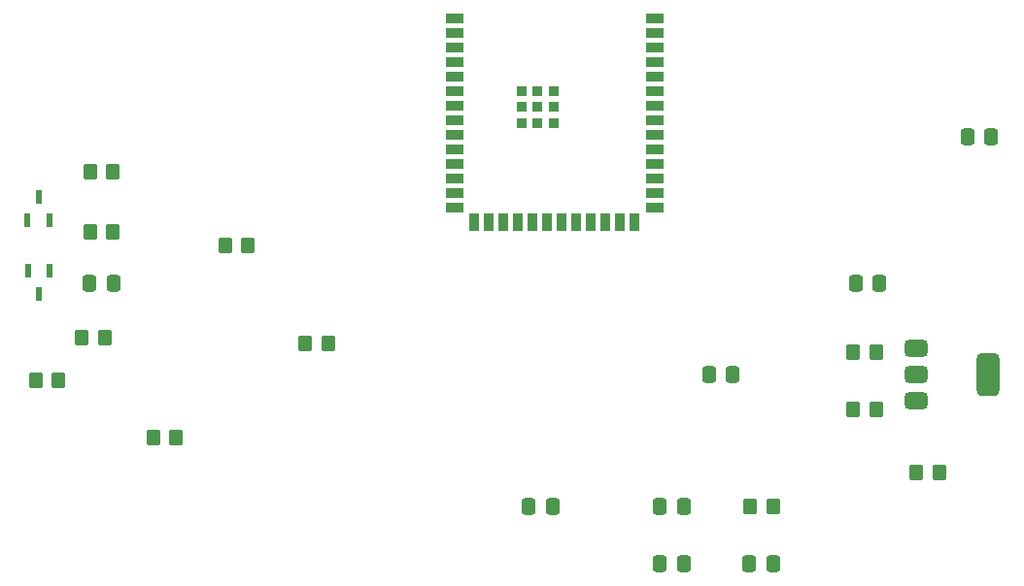
<source format=gbr>
G04 #@! TF.GenerationSoftware,KiCad,Pcbnew,8.0.4*
G04 #@! TF.CreationDate,2024-11-04T17:51:43-06:00*
G04 #@! TF.ProjectId,final_project_v0.1,66696e61-6c5f-4707-926f-6a6563745f76,rev?*
G04 #@! TF.SameCoordinates,Original*
G04 #@! TF.FileFunction,Paste,Top*
G04 #@! TF.FilePolarity,Positive*
%FSLAX46Y46*%
G04 Gerber Fmt 4.6, Leading zero omitted, Abs format (unit mm)*
G04 Created by KiCad (PCBNEW 8.0.4) date 2024-11-04 17:51:43*
%MOMM*%
%LPD*%
G01*
G04 APERTURE LIST*
G04 Aperture macros list*
%AMRoundRect*
0 Rectangle with rounded corners*
0 $1 Rounding radius*
0 $2 $3 $4 $5 $6 $7 $8 $9 X,Y pos of 4 corners*
0 Add a 4 corners polygon primitive as box body*
4,1,4,$2,$3,$4,$5,$6,$7,$8,$9,$2,$3,0*
0 Add four circle primitives for the rounded corners*
1,1,$1+$1,$2,$3*
1,1,$1+$1,$4,$5*
1,1,$1+$1,$6,$7*
1,1,$1+$1,$8,$9*
0 Add four rect primitives between the rounded corners*
20,1,$1+$1,$2,$3,$4,$5,0*
20,1,$1+$1,$4,$5,$6,$7,0*
20,1,$1+$1,$6,$7,$8,$9,0*
20,1,$1+$1,$8,$9,$2,$3,0*%
G04 Aperture macros list end*
%ADD10RoundRect,0.250000X-0.350000X-0.450000X0.350000X-0.450000X0.350000X0.450000X-0.350000X0.450000X0*%
%ADD11RoundRect,0.250000X0.350000X0.450000X-0.350000X0.450000X-0.350000X-0.450000X0.350000X-0.450000X0*%
%ADD12RoundRect,0.250000X-0.337500X-0.475000X0.337500X-0.475000X0.337500X0.475000X-0.337500X0.475000X0*%
%ADD13R,0.558800X1.219200*%
%ADD14RoundRect,0.250000X0.337500X0.475000X-0.337500X0.475000X-0.337500X-0.475000X0.337500X-0.475000X0*%
%ADD15RoundRect,0.375000X-0.625000X-0.375000X0.625000X-0.375000X0.625000X0.375000X-0.625000X0.375000X0*%
%ADD16RoundRect,0.500000X-0.500000X-1.400000X0.500000X-1.400000X0.500000X1.400000X-0.500000X1.400000X0*%
%ADD17R,0.900000X0.900000*%
%ADD18R,1.500000X0.900000*%
%ADD19R,0.900000X1.500000*%
G04 APERTURE END LIST*
D10*
G04 #@! TO.C,R2*
X111750000Y-121750000D03*
X113750000Y-121750000D03*
G04 #@! TD*
D11*
G04 #@! TO.C,R5*
X161500000Y-122500000D03*
X159500000Y-122500000D03*
G04 #@! TD*
D12*
G04 #@! TO.C,C6*
X159712500Y-116500000D03*
X161787500Y-116500000D03*
G04 #@! TD*
G04 #@! TO.C,C8*
X146925000Y-124500000D03*
X149000000Y-124500000D03*
G04 #@! TD*
D13*
G04 #@! TO.C,Q2*
X89500000Y-115458002D03*
X87599998Y-115458002D03*
X88549999Y-117500001D03*
G04 #@! TD*
D10*
G04 #@! TO.C,R9*
X88250000Y-125000000D03*
X90250000Y-125000000D03*
G04 #@! TD*
D14*
G04 #@! TO.C,C2*
X133287500Y-136000000D03*
X131212500Y-136000000D03*
G04 #@! TD*
G04 #@! TO.C,C7*
X95037500Y-116500000D03*
X92962500Y-116500000D03*
G04 #@! TD*
D13*
G04 #@! TO.C,Q1*
X87549999Y-111041999D03*
X89450001Y-111041999D03*
X88500000Y-109000000D03*
G04 #@! TD*
D10*
G04 #@! TO.C,R11*
X98500000Y-130000000D03*
X100500000Y-130000000D03*
G04 #@! TD*
G04 #@! TO.C,R10*
X92250000Y-121250000D03*
X94250000Y-121250000D03*
G04 #@! TD*
G04 #@! TO.C,R8*
X93000000Y-106750000D03*
X95000000Y-106750000D03*
G04 #@! TD*
D12*
G04 #@! TO.C,C1*
X169462500Y-103750000D03*
X171537500Y-103750000D03*
G04 #@! TD*
D10*
G04 #@! TO.C,R1*
X104750000Y-113250000D03*
X106750000Y-113250000D03*
G04 #@! TD*
D11*
G04 #@! TO.C,R4*
X161500000Y-127500000D03*
X159500000Y-127500000D03*
G04 #@! TD*
G04 #@! TO.C,R7*
X167000000Y-133000000D03*
X165000000Y-133000000D03*
G04 #@! TD*
D10*
G04 #@! TO.C,R6*
X93000000Y-112000000D03*
X95000000Y-112000000D03*
G04 #@! TD*
D14*
G04 #@! TO.C,C5*
X152500000Y-141000000D03*
X150425000Y-141000000D03*
G04 #@! TD*
D12*
G04 #@! TO.C,C3*
X142675000Y-141000000D03*
X144750000Y-141000000D03*
G04 #@! TD*
D10*
G04 #@! TO.C,R3*
X150550000Y-136010000D03*
X152550000Y-136010000D03*
G04 #@! TD*
D15*
G04 #@! TO.C,U2*
X164950000Y-122200000D03*
X164950000Y-124500000D03*
D16*
X171250000Y-124500000D03*
D15*
X164950000Y-126800000D03*
G04 #@! TD*
D17*
G04 #@! TO.C,U1*
X130582500Y-99760000D03*
X130582500Y-101160000D03*
X130582500Y-102560000D03*
X131982500Y-99760000D03*
X131982500Y-101160000D03*
X131982500Y-102560000D03*
X133382500Y-99760000D03*
X133382500Y-101160000D03*
X133382500Y-102560000D03*
D18*
X124732500Y-93440000D03*
X124732500Y-94710000D03*
X124732500Y-95980000D03*
X124732500Y-97250000D03*
X124732500Y-98520000D03*
X124732500Y-99790000D03*
X124732500Y-101060000D03*
X124732500Y-102330000D03*
X124732500Y-103600000D03*
X124732500Y-104870000D03*
X124732500Y-106140000D03*
X124732500Y-107410000D03*
X124732500Y-108680000D03*
X124732500Y-109950000D03*
D19*
X126497500Y-111200000D03*
X127767500Y-111200000D03*
X129037500Y-111200000D03*
X130307500Y-111200000D03*
X131577500Y-111200000D03*
X132847500Y-111200000D03*
X134117500Y-111200000D03*
X135387500Y-111200000D03*
X136657500Y-111200000D03*
X137927500Y-111200000D03*
X139197500Y-111200000D03*
X140467500Y-111200000D03*
D18*
X142232500Y-109950000D03*
X142232500Y-108680000D03*
X142232500Y-107410000D03*
X142232500Y-106140000D03*
X142232500Y-104870000D03*
X142232500Y-103600000D03*
X142232500Y-102330000D03*
X142232500Y-101060000D03*
X142232500Y-99790000D03*
X142232500Y-98520000D03*
X142232500Y-97250000D03*
X142232500Y-95980000D03*
X142232500Y-94710000D03*
X142232500Y-93440000D03*
G04 #@! TD*
D12*
G04 #@! TO.C,C4*
X142675000Y-136000000D03*
X144750000Y-136000000D03*
G04 #@! TD*
M02*

</source>
